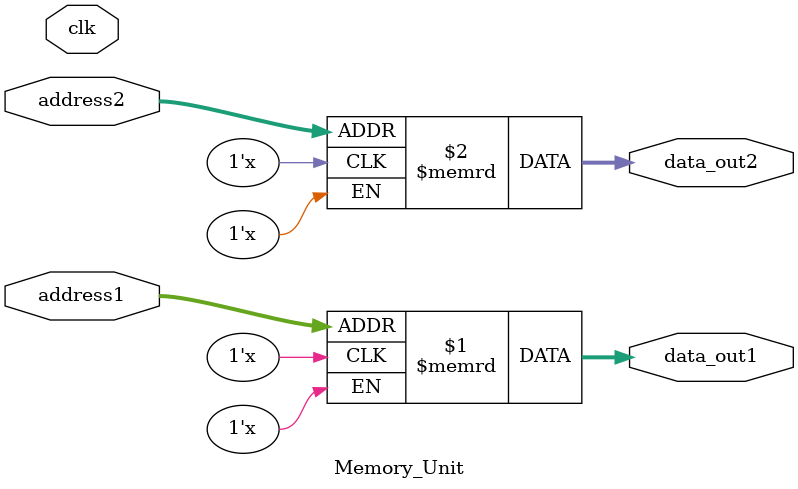
<source format=sv>
module Memory_Unit (data_out1, data_out2, address1, address2, clk);

  parameter word_size = 24;
  parameter memory_size = 512;

  input clk;
  input [8: 0] address1, address2;
  output [word_size-1: 0] data_out1, data_out2;

  reg [word_size-1: 0] memory [memory_size-1: 0];

  assign data_out1 = memory[address1];
  assign data_out2 = memory[address2];

endmodule

</source>
